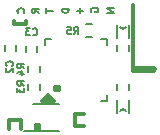
<source format=gbo>
G04 #@! TF.FileFunction,Legend,Bot*
%FSLAX46Y46*%
G04 Gerber Fmt 4.6, Leading zero omitted, Abs format (unit mm)*
G04 Created by KiCad (PCBNEW 4.0.4+e1-6308~48~ubuntu14.04.1-stable) date Sat Nov 26 19:33:40 2016*
%MOMM*%
%LPD*%
G01*
G04 APERTURE LIST*
%ADD10C,0.350000*%
%ADD11C,0.300000*%
%ADD12C,0.150000*%
%ADD13C,0.304800*%
G04 APERTURE END LIST*
D10*
D11*
X28143200Y-23317200D02*
X28143200Y-18034000D01*
X30022800Y-23469600D02*
X28143200Y-23469600D01*
X28143200Y-23622000D02*
X29972000Y-23622000D01*
X28143200Y-23317200D02*
X28143200Y-23622000D01*
X29972000Y-23317200D02*
X28143200Y-23317200D01*
X18084800Y-19354800D02*
X18084800Y-19659600D01*
X19100800Y-19659600D02*
X19100800Y-19354800D01*
X18084800Y-19659600D02*
X19100800Y-19659600D01*
X20167600Y-28194000D02*
X19913600Y-28194000D01*
X20167600Y-28600400D02*
X20167600Y-28194000D01*
X19913600Y-28600400D02*
X20167600Y-28600400D01*
X19913600Y-28194000D02*
X19913600Y-28600400D01*
X21894800Y-24942800D02*
X21590000Y-24942800D01*
X21894800Y-25247600D02*
X21894800Y-24942800D01*
X21590000Y-25247600D02*
X21894800Y-25247600D01*
X21590000Y-24942800D02*
X21590000Y-25247600D01*
X20421600Y-26111200D02*
X21031200Y-25908000D01*
X21437600Y-26111200D02*
X20421600Y-26111200D01*
X21437600Y-26111200D02*
X21437600Y-26111200D01*
X20929600Y-25603200D02*
X21437600Y-26111200D01*
X20929600Y-25603200D02*
X20421600Y-26111200D01*
D12*
X26535029Y-18319772D02*
X25935029Y-18319772D01*
X26535029Y-18662629D01*
X25935029Y-18662629D01*
X24642800Y-18597543D02*
X24614229Y-18540400D01*
X24614229Y-18454686D01*
X24642800Y-18368971D01*
X24699943Y-18311829D01*
X24757086Y-18283257D01*
X24871371Y-18254686D01*
X24957086Y-18254686D01*
X25071371Y-18283257D01*
X25128514Y-18311829D01*
X25185657Y-18368971D01*
X25214229Y-18454686D01*
X25214229Y-18511829D01*
X25185657Y-18597543D01*
X25157086Y-18626114D01*
X24957086Y-18626114D01*
X24957086Y-18511829D01*
X23664857Y-18262629D02*
X23664857Y-18719772D01*
X23893429Y-18491201D02*
X23436286Y-18491201D01*
X22725029Y-18334057D02*
X22125029Y-18334057D01*
X22125029Y-18476914D01*
X22153600Y-18562629D01*
X22210743Y-18619771D01*
X22267886Y-18648343D01*
X22382171Y-18676914D01*
X22467886Y-18676914D01*
X22582171Y-18648343D01*
X22639314Y-18619771D01*
X22696457Y-18562629D01*
X22725029Y-18476914D01*
X22725029Y-18334057D01*
X20804229Y-18319772D02*
X20804229Y-18662629D01*
X21404229Y-18491200D02*
X20804229Y-18491200D01*
X20185029Y-18676914D02*
X19899314Y-18476914D01*
X20185029Y-18334057D02*
X19585029Y-18334057D01*
X19585029Y-18562629D01*
X19613600Y-18619771D01*
X19642171Y-18648343D01*
X19699314Y-18676914D01*
X19785029Y-18676914D01*
X19842171Y-18648343D01*
X19870743Y-18619771D01*
X19899314Y-18562629D01*
X19899314Y-18334057D01*
X18908686Y-18676914D02*
X18937257Y-18648343D01*
X18965829Y-18562629D01*
X18965829Y-18505486D01*
X18937257Y-18419771D01*
X18880114Y-18362629D01*
X18822971Y-18334057D01*
X18708686Y-18305486D01*
X18622971Y-18305486D01*
X18508686Y-18334057D01*
X18451543Y-18362629D01*
X18394400Y-18419771D01*
X18365829Y-18505486D01*
X18365829Y-18562629D01*
X18394400Y-18648343D01*
X18422971Y-18676914D01*
D13*
X17634800Y-27736800D02*
X17634800Y-28498800D01*
X18650800Y-27736800D02*
X17634800Y-27736800D01*
X18650800Y-27736800D02*
X18650800Y-28498800D01*
X23222800Y-27228800D02*
X23984800Y-27228800D01*
X23222800Y-28244800D02*
X23222800Y-27228800D01*
X23222800Y-28244800D02*
X23984800Y-28244800D01*
D12*
X24703000Y-20718000D02*
X24203000Y-20718000D01*
X24203000Y-19668000D02*
X24703000Y-19668000D01*
X27825000Y-24750000D02*
X27825000Y-25250000D01*
X26775000Y-25250000D02*
X26775000Y-24750000D01*
X27305000Y-20082600D02*
X27055000Y-19882600D01*
X27555000Y-19882600D02*
X27305000Y-20082600D01*
X27830000Y-19732600D02*
X27830000Y-20782600D01*
X26780000Y-19732600D02*
X26780000Y-20782600D01*
X18255000Y-21399600D02*
X18255000Y-21899600D01*
X17305000Y-21899600D02*
X17305000Y-21399600D01*
X20065000Y-21500000D02*
X20065000Y-22000000D01*
X19115000Y-22000000D02*
X19115000Y-21500000D01*
X27300000Y-26800000D02*
X27550000Y-27000000D01*
X27050000Y-27000000D02*
X27300000Y-26800000D01*
X26775000Y-27150000D02*
X26775000Y-26100000D01*
X27825000Y-27150000D02*
X27825000Y-26100000D01*
X27825000Y-21400000D02*
X27825000Y-21900000D01*
X26775000Y-21900000D02*
X26775000Y-21400000D01*
X20311600Y-24711000D02*
X20311600Y-25211000D01*
X19261600Y-25211000D02*
X19261600Y-24711000D01*
X19261600Y-23701400D02*
X19261600Y-23201400D01*
X20311600Y-23201400D02*
X20311600Y-23701400D01*
X25967600Y-26145400D02*
X25967600Y-25620400D01*
X20717600Y-20895400D02*
X20717600Y-21420400D01*
X25967600Y-20895400D02*
X25967600Y-21420400D01*
X20717600Y-26145400D02*
X21242600Y-26145400D01*
X20717600Y-20895400D02*
X21242600Y-20895400D01*
X25967600Y-20895400D02*
X25442600Y-20895400D01*
X25967600Y-26145400D02*
X25442600Y-26145400D01*
X19727600Y-26434000D02*
X21877600Y-26434000D01*
X18902600Y-28684000D02*
X21877600Y-28684000D01*
X23163200Y-20489829D02*
X23363200Y-20204114D01*
X23506057Y-20489829D02*
X23506057Y-19889829D01*
X23277485Y-19889829D01*
X23220343Y-19918400D01*
X23191771Y-19946971D01*
X23163200Y-20004114D01*
X23163200Y-20089829D01*
X23191771Y-20146971D01*
X23220343Y-20175543D01*
X23277485Y-20204114D01*
X23506057Y-20204114D01*
X22620343Y-19889829D02*
X22906057Y-19889829D01*
X22934628Y-20175543D01*
X22906057Y-20146971D01*
X22848914Y-20118400D01*
X22706057Y-20118400D01*
X22648914Y-20146971D01*
X22620343Y-20175543D01*
X22591771Y-20232686D01*
X22591771Y-20375543D01*
X22620343Y-20432686D01*
X22648914Y-20461257D01*
X22706057Y-20489829D01*
X22848914Y-20489829D01*
X22906057Y-20461257D01*
X22934628Y-20432686D01*
X17943486Y-23166400D02*
X17972057Y-23137829D01*
X18000629Y-23052115D01*
X18000629Y-22994972D01*
X17972057Y-22909257D01*
X17914914Y-22852115D01*
X17857771Y-22823543D01*
X17743486Y-22794972D01*
X17657771Y-22794972D01*
X17543486Y-22823543D01*
X17486343Y-22852115D01*
X17429200Y-22909257D01*
X17400629Y-22994972D01*
X17400629Y-23052115D01*
X17429200Y-23137829D01*
X17457771Y-23166400D01*
X17457771Y-23394972D02*
X17429200Y-23423543D01*
X17400629Y-23480686D01*
X17400629Y-23623543D01*
X17429200Y-23680686D01*
X17457771Y-23709257D01*
X17514914Y-23737829D01*
X17572057Y-23737829D01*
X17657771Y-23709257D01*
X18000629Y-23366400D01*
X18000629Y-23737829D01*
X19658000Y-20534286D02*
X19686571Y-20562857D01*
X19772285Y-20591429D01*
X19829428Y-20591429D01*
X19915143Y-20562857D01*
X19972285Y-20505714D01*
X20000857Y-20448571D01*
X20029428Y-20334286D01*
X20029428Y-20248571D01*
X20000857Y-20134286D01*
X19972285Y-20077143D01*
X19915143Y-20020000D01*
X19829428Y-19991429D01*
X19772285Y-19991429D01*
X19686571Y-20020000D01*
X19658000Y-20048571D01*
X19458000Y-19991429D02*
X19086571Y-19991429D01*
X19286571Y-20220000D01*
X19200857Y-20220000D01*
X19143714Y-20248571D01*
X19115143Y-20277143D01*
X19086571Y-20334286D01*
X19086571Y-20477143D01*
X19115143Y-20534286D01*
X19143714Y-20562857D01*
X19200857Y-20591429D01*
X19372285Y-20591429D01*
X19429428Y-20562857D01*
X19458000Y-20534286D01*
X18965829Y-24842800D02*
X18680114Y-24642800D01*
X18965829Y-24499943D02*
X18365829Y-24499943D01*
X18365829Y-24728515D01*
X18394400Y-24785657D01*
X18422971Y-24814229D01*
X18480114Y-24842800D01*
X18565829Y-24842800D01*
X18622971Y-24814229D01*
X18651543Y-24785657D01*
X18680114Y-24728515D01*
X18680114Y-24499943D01*
X18365829Y-25042800D02*
X18365829Y-25414229D01*
X18594400Y-25214229D01*
X18594400Y-25299943D01*
X18622971Y-25357086D01*
X18651543Y-25385657D01*
X18708686Y-25414229D01*
X18851543Y-25414229D01*
X18908686Y-25385657D01*
X18937257Y-25357086D01*
X18965829Y-25299943D01*
X18965829Y-25128515D01*
X18937257Y-25071372D01*
X18908686Y-25042800D01*
X18965829Y-23369600D02*
X18680114Y-23169600D01*
X18965829Y-23026743D02*
X18365829Y-23026743D01*
X18365829Y-23255315D01*
X18394400Y-23312457D01*
X18422971Y-23341029D01*
X18480114Y-23369600D01*
X18565829Y-23369600D01*
X18622971Y-23341029D01*
X18651543Y-23312457D01*
X18680114Y-23255315D01*
X18680114Y-23026743D01*
X18565829Y-23883886D02*
X18965829Y-23883886D01*
X18337257Y-23741029D02*
X18765829Y-23598172D01*
X18765829Y-23969600D01*
M02*

</source>
